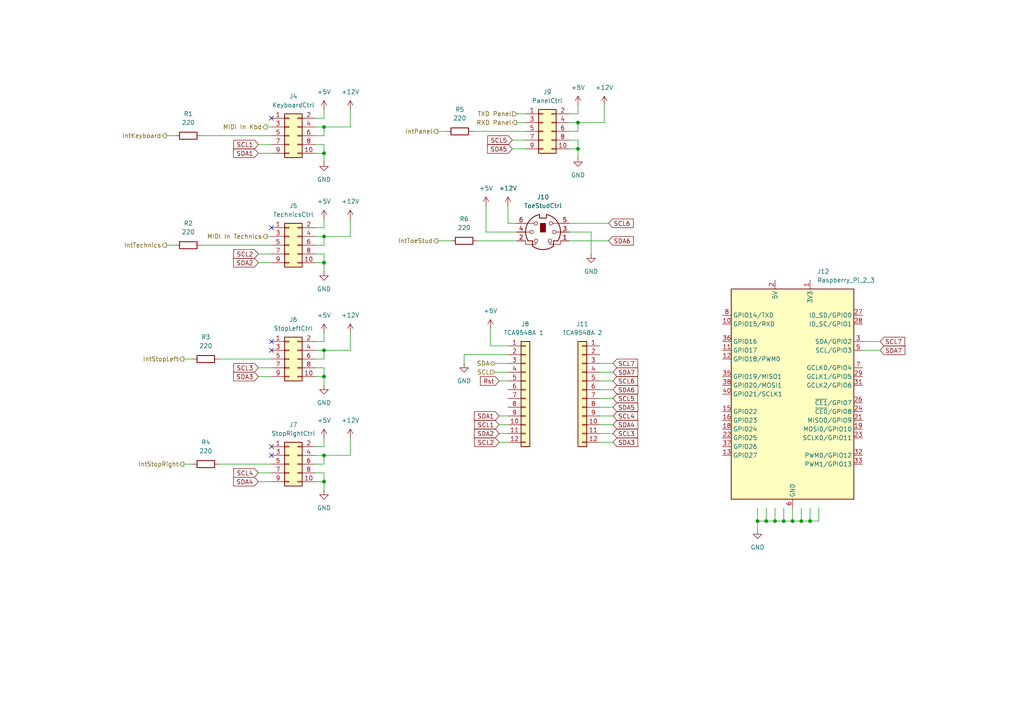
<source format=kicad_sch>
(kicad_sch (version 20231120) (generator "eeschema") (generator_version "8.0")
  (paper "A4")
  (lib_symbols
    (symbol "Connector:Mini-DIN-6" (pin_names (offset 1.016))
      (property "Reference" "J" (at 0 6.35 0))
      (property "Value" "Mini-DIN-6" (at 0 -6.35 0))
      (symbol "Mini-DIN-6_0_1"
        (circle (center -3.302 0) (radius 0.508))
        (arc (start -3.048 -4.064) (mid 0 -5.08) (end 3.048 -4.064) (stroke (width 0.254)))
        (circle (center -2.032 -2.54) (radius 0.508))
        (circle (center -2.032 2.54) (radius 0.508))
        (arc (start -1.016 5.08) (mid -4.6228 2.1214) (end -4.318 -2.54) (stroke (width 0.254)))
        (rectangle (start -0.762 2.54) (end 0.762 0) (fill (type outline)))
        (polyline (pts (xy -3.81 0) (xy -5.08 0)))
        (polyline (pts (xy -2.54 2.54) (xy -5.08 2.54)))
        (polyline (pts (xy 2.794 2.54) (xy 5.08 2.54)))
        (polyline (pts (xy 5.08 0) (xy 3.81 0)))
        (polyline (pts (xy -4.318 -2.54) (xy -3.048 -2.54) (xy -3.048 -4.064)) (stroke (width 0.254)))
        (polyline (pts (xy 4.318 -2.54) (xy 3.048 -2.54) (xy 3.048 -4.064)) (stroke (width 0.254)))
        (polyline (pts (xy -2.032 -3.048) (xy -2.032 -3.556) (xy -5.08 -3.556) (xy -5.08 -2.54)))
        (polyline (pts (xy -1.016 5.08) (xy -1.016 4.064) (xy 1.016 4.064) (xy 1.016 5.08)) (stroke (width 0.254)))
        (polyline (pts (xy 2.032 -3.048) (xy 2.032 -3.556) (xy 5.08 -3.556) (xy 5.08 -2.54)))
        (circle (center 2.032 -2.54) (radius 0.508))
        (circle (center 2.286 2.54) (radius 0.508))
        (circle (center 3.302 0) (radius 0.508))
        (arc (start 4.318 -2.54) (mid 4.6661 2.1322) (end 1.016 5.08) (stroke (width 0.254)))
      )
      (symbol "Mini-DIN-6_1_1"
        (pin passive line (at 7.62 -2.54 180) (length 2.54) (name "~") (number "1"))
        (pin passive line (at -7.62 -2.54 0) (length 2.54) (name "~") (number "2"))
        (pin passive line (at 7.62 0 180) (length 2.54) (name "~") (number "3"))
        (pin passive line (at -7.62 0 0) (length 2.54) (name "~") (number "4"))
        (pin passive line (at 7.62 2.54 180) (length 2.54) (name "~") (number "5"))
        (pin passive line (at -7.62 2.54 0) (length 2.54) (name "~") (number "6"))
      )
    )
    (symbol "Connector:Raspberry_Pi_2_3"
      (property "Reference" "J" (at -17.78 31.75 0))
      (property "Value" "Raspberry_Pi_2_3" (at 10.16 -31.75 0))
      (symbol "Raspberry_Pi_2_3_0_1"
        (rectangle (start -17.78 30.48) (end 17.78 -30.48) (stroke (width 0.254)) (fill (type background)))
      )
      (symbol "Raspberry_Pi_2_3_1_1"
        (pin power_in line (at 5.08 33.02 270) (length 2.54) (name "3V3") (number "1"))
        (pin bidirectional line (at -20.32 20.32 0) (length 2.54) (name "GPIO15/RXD") (number "10"))
        (pin bidirectional line (at -20.32 12.7 0) (length 2.54) (name "GPIO17") (number "11"))
        (pin bidirectional line (at -20.32 10.16 0) (length 2.54) (name "GPIO18/PWM0") (number "12"))
        (pin bidirectional line (at -20.32 -17.78 0) (length 2.54) (name "GPIO27") (number "13"))
        (pin passive line (at 0 -33.02 90) (length 2.54) hide (name "GND") (number "14"))
        (pin bidirectional line (at -20.32 -5.08 0) (length 2.54) (name "GPIO22") (number "15"))
        (pin bidirectional line (at -20.32 -7.62 0) (length 2.54) (name "GPIO23") (number "16"))
        (pin passive line (at 5.08 33.02 270) (length 2.54) hide (name "3V3") (number "17"))
        (pin bidirectional line (at -20.32 -10.16 0) (length 2.54) (name "GPIO24") (number "18"))
        (pin bidirectional line (at 20.32 -10.16 180) (length 2.54) (name "MOSI0/GPIO10") (number "19"))
        (pin power_in line (at -5.08 33.02 270) (length 2.54) (name "5V") (number "2"))
        (pin passive line (at 0 -33.02 90) (length 2.54) hide (name "GND") (number "20"))
        (pin bidirectional line (at 20.32 -7.62 180) (length 2.54) (name "MISO0/GPIO9") (number "21"))
        (pin bidirectional line (at -20.32 -12.7 0) (length 2.54) (name "GPIO25") (number "22"))
        (pin bidirectional line (at 20.32 -12.7 180) (length 2.54) (name "SCLK0/GPIO11") (number "23"))
        (pin bidirectional line (at 20.32 -5.08 180) (length 2.54) (name "~{CE0}/GPIO8") (number "24"))
        (pin passive line (at 0 -33.02 90) (length 2.54) hide (name "GND") (number "25"))
        (pin bidirectional line (at 20.32 -2.54 180) (length 2.54) (name "~{CE1}/GPIO7") (number "26"))
        (pin bidirectional line (at 20.32 22.86 180) (length 2.54) (name "ID_SD/GPIO0") (number "27"))
        (pin bidirectional line (at 20.32 20.32 180) (length 2.54) (name "ID_SC/GPIO1") (number "28"))
        (pin bidirectional line (at 20.32 5.08 180) (length 2.54) (name "GCLK1/GPIO5") (number "29"))
        (pin bidirectional line (at 20.32 15.24 180) (length 2.54) (name "SDA/GPIO2") (number "3"))
        (pin passive line (at 0 -33.02 90) (length 2.54) hide (name "GND") (number "30"))
        (pin bidirectional line (at 20.32 2.54 180) (length 2.54) (name "GCLK2/GPIO6") (number "31"))
        (pin bidirectional line (at 20.32 -17.78 180) (length 2.54) (name "PWM0/GPIO12") (number "32"))
        (pin bidirectional line (at 20.32 -20.32 180) (length 2.54) (name "PWM1/GPIO13") (number "33"))
        (pin passive line (at 0 -33.02 90) (length 2.54) hide (name "GND") (number "34"))
        (pin bidirectional line (at -20.32 5.08 0) (length 2.54) (name "GPIO19/MISO1") (number "35"))
        (pin bidirectional line (at -20.32 15.24 0) (length 2.54) (name "GPIO16") (number "36"))
        (pin bidirectional line (at -20.32 -15.24 0) (length 2.54) (name "GPIO26") (number "37"))
        (pin bidirectional line (at -20.32 2.54 0) (length 2.54) (name "GPIO20/MOSI1") (number "38"))
        (pin passive line (at 0 -33.02 90) (length 2.54) hide (name "GND") (number "39"))
        (pin passive line (at -5.08 33.02 270) (length 2.54) hide (name "5V") (number "4"))
        (pin bidirectional line (at -20.32 0 0) (length 2.54) (name "GPIO21/SCLK1") (number "40"))
        (pin bidirectional line (at 20.32 12.7 180) (length 2.54) (name "SCL/GPIO3") (number "5"))
        (pin power_in line (at 0 -33.02 90) (length 2.54) (name "GND") (number "6"))
        (pin bidirectional line (at 20.32 7.62 180) (length 2.54) (name "GCLK0/GPIO4") (number "7"))
        (pin bidirectional line (at -20.32 22.86 0) (length 2.54) (name "GPIO14/TXD") (number "8"))
        (pin passive line (at 0 -33.02 90) (length 2.54) hide (name "GND") (number "9"))
      )
    )
    (symbol "Connector_Generic:Conn_01x12" (pin_names (offset 1.016) hide)
      (property "Reference" "J" (at 0 15.24 0))
      (property "Value" "Conn_01x12" (at 0 -17.78 0))
      (symbol "Conn_01x12_1_1"
        (rectangle (start -1.27 -15.113) (end 0 -15.367) (stroke (width 0.1524)))
        (rectangle (start -1.27 -12.573) (end 0 -12.827) (stroke (width 0.1524)))
        (rectangle (start -1.27 -10.033) (end 0 -10.287) (stroke (width 0.1524)))
        (rectangle (start -1.27 -7.493) (end 0 -7.747) (stroke (width 0.1524)))
        (rectangle (start -1.27 -4.953) (end 0 -5.207) (stroke (width 0.1524)))
        (rectangle (start -1.27 -2.413) (end 0 -2.667) (stroke (width 0.1524)))
        (rectangle (start -1.27 0.127) (end 0 -0.127) (stroke (width 0.1524)))
        (rectangle (start -1.27 2.667) (end 0 2.413) (stroke (width 0.1524)))
        (rectangle (start -1.27 5.207) (end 0 4.953) (stroke (width 0.1524)))
        (rectangle (start -1.27 7.747) (end 0 7.493) (stroke (width 0.1524)))
        (rectangle (start -1.27 10.287) (end 0 10.033) (stroke (width 0.1524)))
        (rectangle (start -1.27 12.827) (end 0 12.573) (stroke (width 0.1524)))
        (rectangle (start -1.27 13.97) (end 1.27 -16.51) (stroke (width 0.254)) (fill (type background)))
        (pin passive line (at -5.08 12.7 0) (length 3.81) (name "Pin_1") (number "1"))
        (pin passive line (at -5.08 -10.16 0) (length 3.81) (name "Pin_10") (number "10"))
        (pin passive line (at -5.08 -12.7 0) (length 3.81) (name "Pin_11") (number "11"))
        (pin passive line (at -5.08 -15.24 0) (length 3.81) (name "Pin_12") (number "12"))
        (pin passive line (at -5.08 10.16 0) (length 3.81) (name "Pin_2") (number "2"))
        (pin passive line (at -5.08 7.62 0) (length 3.81) (name "Pin_3") (number "3"))
        (pin passive line (at -5.08 5.08 0) (length 3.81) (name "Pin_4") (number "4"))
        (pin passive line (at -5.08 2.54 0) (length 3.81) (name "Pin_5") (number "5"))
        (pin passive line (at -5.08 0 0) (length 3.81) (name "Pin_6") (number "6"))
        (pin passive line (at -5.08 -2.54 0) (length 3.81) (name "Pin_7") (number "7"))
        (pin passive line (at -5.08 -5.08 0) (length 3.81) (name "Pin_8") (number "8"))
        (pin passive line (at -5.08 -7.62 0) (length 3.81) (name "Pin_9") (number "9"))
      )
    )
    (symbol "Connector_Generic:Conn_02x05_Odd_Even" (pin_names (offset 1.016) hide)
      (property "Reference" "J" (at 1.27 7.62 0))
      (property "Value" "Conn_02x05_Odd_Even" (at 1.27 -7.62 0))
      (symbol "Conn_02x05_Odd_Even_1_1"
        (rectangle (start -1.27 -4.953) (end 0 -5.207) (stroke (width 0.1524)))
        (rectangle (start -1.27 -2.413) (end 0 -2.667) (stroke (width 0.1524)))
        (rectangle (start -1.27 0.127) (end 0 -0.127) (stroke (width 0.1524)))
        (rectangle (start -1.27 2.667) (end 0 2.413) (stroke (width 0.1524)))
        (rectangle (start -1.27 5.207) (end 0 4.953) (stroke (width 0.1524)))
        (rectangle (start -1.27 6.35) (end 3.81 -6.35) (stroke (width 0.254)) (fill (type background)))
        (rectangle (start 3.81 -4.953) (end 2.54 -5.207) (stroke (width 0.1524)))
        (rectangle (start 3.81 -2.413) (end 2.54 -2.667) (stroke (width 0.1524)))
        (rectangle (start 3.81 0.127) (end 2.54 -0.127) (stroke (width 0.1524)))
        (rectangle (start 3.81 2.667) (end 2.54 2.413) (stroke (width 0.1524)))
        (rectangle (start 3.81 5.207) (end 2.54 4.953) (stroke (width 0.1524)))
        (pin passive line (at -5.08 5.08 0) (length 3.81) (name "Pin_1") (number "1"))
        (pin passive line (at 7.62 -5.08 180) (length 3.81) (name "Pin_10") (number "10"))
        (pin passive line (at 7.62 5.08 180) (length 3.81) (name "Pin_2") (number "2"))
        (pin passive line (at -5.08 2.54 0) (length 3.81) (name "Pin_3") (number "3"))
        (pin passive line (at 7.62 2.54 180) (length 3.81) (name "Pin_4") (number "4"))
        (pin passive line (at -5.08 0 0) (length 3.81) (name "Pin_5") (number "5"))
        (pin passive line (at 7.62 0 180) (length 3.81) (name "Pin_6") (number "6"))
        (pin passive line (at -5.08 -2.54 0) (length 3.81) (name "Pin_7") (number "7"))
        (pin passive line (at 7.62 -2.54 180) (length 3.81) (name "Pin_8") (number "8"))
        (pin passive line (at -5.08 -5.08 0) (length 3.81) (name "Pin_9") (number "9"))
      )
    )
    (symbol "Device:R" (pin_numbers hide) (pin_names (offset 0))
      (property "Reference" "R" (at 2.032 0 90))
      (property "Value" "R" (at 0 0 90))
      (symbol "R_0_1"
        (rectangle (start -1.016 -2.54) (end 1.016 2.54) (stroke (width 0.254)))
      )
      (symbol "R_1_1"
        (pin passive line (at 0 3.81 270) (length 1.27) (name "~") (number "1"))
        (pin passive line (at 0 -3.81 90) (length 1.27) (name "~") (number "2"))
      )
    )
    (symbol "power:+12V" (power) (pin_numbers hide) (pin_names (offset 0) hide)
      (property "Value" "+12V" (at 0 3.556 0))
      (symbol "+12V_0_1"
        (polyline (pts (xy -0.762 1.27) (xy 0 2.54)))
        (polyline (pts (xy 0 0) (xy 0 2.54)))
        (polyline (pts (xy 0 2.54) (xy 0.762 1.27)))
      )
      (symbol "+12V_1_1"
        (pin power_in line (at 0 0 90) (length 0) (name "~") (number "1"))
      )
    )
    (symbol "power:+5V" (power) (pin_numbers hide) (pin_names (offset 0) hide)
      (property "Value" "+5V" (at 0 3.556 0))
      (symbol "+5V_0_1"
        (polyline (pts (xy -0.762 1.27) (xy 0 2.54)))
        (polyline (pts (xy 0 0) (xy 0 2.54)))
        (polyline (pts (xy 0 2.54) (xy 0.762 1.27)))
      )
      (symbol "+5V_1_1"
        (pin power_in line (at 0 0 90) (length 0) (name "~") (number "1"))
      )
    )
    (symbol "power:GND" (power) (pin_numbers hide) (pin_names (offset 0) hide)
      (property "Value" "GND" (at 0 -3.81 0))
      (symbol "GND_0_1"
        (polyline (pts (xy 0 0) (xy 0 -1.27) (xy 1.27 -1.27) (xy 0 -2.54) (xy -1.27 -1.27) (xy 0 -1.27)))
      )
      (symbol "GND_1_1"
        (pin power_in line (at 0 0 270) (length 0) (name "~") (number "1"))
      )
    )
  )
  (junction (at 93.98 36.83))
  (junction (at 93.98 101.6))
  (junction (at 227.33 151.13))
  (junction (at 224.79 151.13))
  (junction (at 222.25 151.13))
  (junction (at 93.98 68.58))
  (junction (at 167.64 35.56))
  (junction (at 93.98 139.7))
  (junction (at 234.95 151.13))
  (junction (at 93.98 44.45))
  (junction (at 229.87 151.13))
  (junction (at 219.71 151.13))
  (junction (at 167.64 43.18))
  (junction (at 93.98 109.22))
  (junction (at 93.98 76.2))
  (junction (at 93.98 132.08))
  (junction (at 232.41 151.13))
  (no_connect (at 78.74 34.29))
  (no_connect (at 78.74 66.04))
  (no_connect (at 78.74 132.08))
  (no_connect (at 78.74 129.54))
  (no_connect (at 78.74 101.6))
  (no_connect (at 78.74 99.06))
  (wire (pts (xy 93.98 71.12) (xy 93.98 68.58)))
  (wire (pts (xy 77.47 68.58) (xy 78.74 68.58)))
  (wire (pts (xy 53.34 104.14) (xy 55.88 104.14)))
  (wire (pts (xy 134.62 105.41) (xy 134.62 102.87)))
  (wire (pts (xy 165.1 67.31) (xy 171.45 67.31)))
  (wire (pts (xy 227.33 147.32) (xy 227.33 151.13)))
  (wire (pts (xy 177.8 118.11) (xy 173.99 118.11)))
  (wire (pts (xy 58.42 39.37) (xy 78.74 39.37)))
  (wire (pts (xy 177.8 128.27) (xy 173.99 128.27)))
  (wire (pts (xy 149.86 64.77) (xy 147.32 64.77)))
  (wire (pts (xy 237.49 151.13) (xy 234.95 151.13)))
  (wire (pts (xy 91.44 104.14) (xy 93.98 104.14)))
  (wire (pts (xy 58.42 71.12) (xy 78.74 71.12)))
  (wire (pts (xy 63.5 104.14) (xy 78.74 104.14)))
  (wire (pts (xy 255.27 99.06) (xy 250.19 99.06)))
  (wire (pts (xy 91.44 73.66) (xy 93.98 73.66)))
  (wire (pts (xy 149.86 67.31) (xy 140.97 67.31)))
  (wire (pts (xy 144.78 123.19) (xy 147.32 123.19)))
  (wire (pts (xy 177.8 110.49) (xy 173.99 110.49)))
  (wire (pts (xy 177.8 115.57) (xy 173.99 115.57)))
  (wire (pts (xy 91.44 76.2) (xy 93.98 76.2)))
  (wire (pts (xy 91.44 134.62) (xy 93.98 134.62)))
  (wire (pts (xy 143.51 107.95) (xy 147.32 107.95)))
  (wire (pts (xy 93.98 76.2) (xy 93.98 78.74)))
  (wire (pts (xy 165.1 38.1) (xy 167.64 38.1)))
  (wire (pts (xy 177.8 105.41) (xy 173.99 105.41)))
  (wire (pts (xy 134.62 102.87) (xy 147.32 102.87)))
  (wire (pts (xy 140.97 67.31) (xy 140.97 59.69)))
  (wire (pts (xy 93.98 96.52) (xy 93.98 99.06)))
  (wire (pts (xy 148.59 40.64) (xy 152.4 40.64)))
  (wire (pts (xy 234.95 147.32) (xy 234.95 151.13)))
  (wire (pts (xy 101.6 96.52) (xy 101.6 101.6)))
  (wire (pts (xy 177.8 107.95) (xy 173.99 107.95)))
  (wire (pts (xy 91.44 109.22) (xy 93.98 109.22)))
  (wire (pts (xy 175.26 30.48) (xy 175.26 35.56)))
  (wire (pts (xy 91.44 99.06) (xy 93.98 99.06)))
  (wire (pts (xy 93.98 132.08) (xy 101.6 132.08)))
  (wire (pts (xy 93.98 106.68) (xy 93.98 109.22)))
  (wire (pts (xy 91.44 41.91) (xy 93.98 41.91)))
  (wire (pts (xy 77.47 36.83) (xy 78.74 36.83)))
  (wire (pts (xy 91.44 139.7) (xy 93.98 139.7)))
  (wire (pts (xy 74.93 41.91) (xy 78.74 41.91)))
  (wire (pts (xy 149.86 33.02) (xy 152.4 33.02)))
  (wire (pts (xy 91.44 39.37) (xy 93.98 39.37)))
  (wire (pts (xy 147.32 59.69) (xy 147.32 64.77)))
  (wire (pts (xy 144.78 125.73) (xy 147.32 125.73)))
  (wire (pts (xy 227.33 151.13) (xy 229.87 151.13)))
  (wire (pts (xy 167.64 40.64) (xy 167.64 43.18)))
  (wire (pts (xy 93.98 36.83) (xy 101.6 36.83)))
  (wire (pts (xy 74.93 109.22) (xy 78.74 109.22)))
  (wire (pts (xy 127 38.1) (xy 129.54 38.1)))
  (wire (pts (xy 91.44 44.45) (xy 93.98 44.45)))
  (wire (pts (xy 219.71 147.32) (xy 219.71 151.13)))
  (wire (pts (xy 93.98 139.7) (xy 93.98 142.24)))
  (wire (pts (xy 74.93 106.68) (xy 78.74 106.68)))
  (wire (pts (xy 167.64 35.56) (xy 175.26 35.56)))
  (wire (pts (xy 93.98 104.14) (xy 93.98 101.6)))
  (wire (pts (xy 144.78 120.65) (xy 147.32 120.65)))
  (wire (pts (xy 232.41 147.32) (xy 232.41 151.13)))
  (wire (pts (xy 137.16 38.1) (xy 152.4 38.1)))
  (wire (pts (xy 165.1 35.56) (xy 167.64 35.56)))
  (wire (pts (xy 93.98 109.22) (xy 93.98 111.76)))
  (wire (pts (xy 74.93 139.7) (xy 78.74 139.7)))
  (wire (pts (xy 142.24 100.33) (xy 147.32 100.33)))
  (wire (pts (xy 93.98 39.37) (xy 93.98 36.83)))
  (wire (pts (xy 177.8 120.65) (xy 173.99 120.65)))
  (wire (pts (xy 144.78 110.49) (xy 147.32 110.49)))
  (wire (pts (xy 255.27 101.6) (xy 250.19 101.6)))
  (wire (pts (xy 74.93 44.45) (xy 78.74 44.45)))
  (wire (pts (xy 165.1 40.64) (xy 167.64 40.64)))
  (wire (pts (xy 171.45 67.31) (xy 171.45 73.66)))
  (wire (pts (xy 93.98 41.91) (xy 93.98 44.45)))
  (wire (pts (xy 91.44 34.29) (xy 93.98 34.29)))
  (wire (pts (xy 93.98 127) (xy 93.98 129.54)))
  (wire (pts (xy 229.87 147.32) (xy 229.87 151.13)))
  (wire (pts (xy 177.8 125.73) (xy 173.99 125.73)))
  (wire (pts (xy 148.59 43.18) (xy 152.4 43.18)))
  (wire (pts (xy 91.44 68.58) (xy 93.98 68.58)))
  (wire (pts (xy 91.44 129.54) (xy 93.98 129.54)))
  (wire (pts (xy 93.98 63.5) (xy 93.98 66.04)))
  (wire (pts (xy 91.44 101.6) (xy 93.98 101.6)))
  (wire (pts (xy 165.1 69.85) (xy 176.53 69.85)))
  (wire (pts (xy 167.64 38.1) (xy 167.64 35.56)))
  (wire (pts (xy 143.51 105.41) (xy 147.32 105.41)))
  (wire (pts (xy 93.98 101.6) (xy 101.6 101.6)))
  (wire (pts (xy 165.1 33.02) (xy 167.64 33.02)))
  (wire (pts (xy 101.6 31.75) (xy 101.6 36.83)))
  (wire (pts (xy 219.71 151.13) (xy 222.25 151.13)))
  (wire (pts (xy 149.86 35.56) (xy 152.4 35.56)))
  (wire (pts (xy 93.98 137.16) (xy 93.98 139.7)))
  (wire (pts (xy 127 69.85) (xy 130.81 69.85)))
  (wire (pts (xy 167.64 30.48) (xy 167.64 33.02)))
  (wire (pts (xy 165.1 64.77) (xy 176.53 64.77)))
  (wire (pts (xy 177.8 123.19) (xy 173.99 123.19)))
  (wire (pts (xy 93.98 44.45) (xy 93.98 46.99)))
  (wire (pts (xy 224.79 147.32) (xy 224.79 151.13)))
  (wire (pts (xy 219.71 151.13) (xy 219.71 153.67)))
  (wire (pts (xy 224.79 151.13) (xy 227.33 151.13)))
  (wire (pts (xy 232.41 151.13) (xy 234.95 151.13)))
  (wire (pts (xy 101.6 127) (xy 101.6 132.08)))
  (wire (pts (xy 91.44 106.68) (xy 93.98 106.68)))
  (wire (pts (xy 165.1 43.18) (xy 167.64 43.18)))
  (wire (pts (xy 177.8 113.03) (xy 173.99 113.03)))
  (wire (pts (xy 74.93 137.16) (xy 78.74 137.16)))
  (wire (pts (xy 167.64 43.18) (xy 167.64 45.72)))
  (wire (pts (xy 74.93 76.2) (xy 78.74 76.2)))
  (wire (pts (xy 237.49 147.32) (xy 237.49 151.13)))
  (wire (pts (xy 53.34 134.62) (xy 55.88 134.62)))
  (wire (pts (xy 222.25 151.13) (xy 224.79 151.13)))
  (wire (pts (xy 74.93 73.66) (xy 78.74 73.66)))
  (wire (pts (xy 91.44 132.08) (xy 93.98 132.08)))
  (wire (pts (xy 93.98 31.75) (xy 93.98 34.29)))
  (wire (pts (xy 91.44 137.16) (xy 93.98 137.16)))
  (wire (pts (xy 142.24 95.25) (xy 142.24 100.33)))
  (wire (pts (xy 144.78 128.27) (xy 147.32 128.27)))
  (wire (pts (xy 91.44 71.12) (xy 93.98 71.12)))
  (wire (pts (xy 63.5 134.62) (xy 78.74 134.62)))
  (wire (pts (xy 91.44 36.83) (xy 93.98 36.83)))
  (wire (pts (xy 101.6 63.5) (xy 101.6 68.58)))
  (wire (pts (xy 93.98 68.58) (xy 101.6 68.58)))
  (wire (pts (xy 229.87 151.13) (xy 232.41 151.13)))
  (wire (pts (xy 222.25 147.32) (xy 222.25 151.13)))
  (wire (pts (xy 93.98 134.62) (xy 93.98 132.08)))
  (wire (pts (xy 48.26 71.12) (xy 50.8 71.12)))
  (wire (pts (xy 91.44 66.04) (xy 93.98 66.04)))
  (wire (pts (xy 138.43 69.85) (xy 149.86 69.85)))
  (wire (pts (xy 93.98 73.66) (xy 93.98 76.2)))
  (wire (pts (xy 48.26 39.37) (xy 50.8 39.37)))
  (global_label "SDA3" (shape input) (at 177.8 128.27 0) (property "Intersheetrefs" "${INTERSHEET_REFS}" (effects (hide yes))))
  (global_label "SDA5" (shape input) (at 177.8 118.11 0) (property "Intersheetrefs" "${INTERSHEET_REFS}" (effects (hide yes))))
  (global_label "SCL6" (shape input) (at 176.53 64.77 0) (property "Intersheetrefs" "${INTERSHEET_REFS}" (effects (hide yes))))
  (global_label "Rst" (shape input) (at 144.78 110.49 180) (property "Intersheetrefs" "${INTERSHEET_REFS}" (effects (hide yes))))
  (global_label "SDA6" (shape input) (at 176.53 69.85 0) (property "Intersheetrefs" "${INTERSHEET_REFS}" (effects (hide yes))))
  (global_label "SDA6" (shape input) (at 177.8 113.03 0) (property "Intersheetrefs" "${INTERSHEET_REFS}" (effects (hide yes))))
  (global_label "SCL7" (shape input) (at 255.27 99.06 0) (property "Intersheetrefs" "${INTERSHEET_REFS}" (effects (hide yes))))
  (global_label "SCL3" (shape input) (at 177.8 125.73 0) (property "Intersheetrefs" "${INTERSHEET_REFS}" (effects (hide yes))))
  (global_label "SCL3" (shape input) (at 74.93 106.68 180) (property "Intersheetrefs" "${INTERSHEET_REFS}" (effects (hide yes))))
  (global_label "SDA2" (shape input) (at 144.78 125.73 180) (property "Intersheetrefs" "${INTERSHEET_REFS}" (effects (hide yes))))
  (global_label "SDA7" (shape input) (at 177.8 107.95 0) (property "Intersheetrefs" "${INTERSHEET_REFS}" (effects (hide yes))))
  (global_label "SCL4" (shape input) (at 177.8 120.65 0) (property "Intersheetrefs" "${INTERSHEET_REFS}" (effects (hide yes))))
  (global_label "SDA4" (shape input) (at 74.93 139.7 180) (property "Intersheetrefs" "${INTERSHEET_REFS}" (effects (hide yes))))
  (global_label "SDA7" (shape input) (at 255.27 101.6 0) (property "Intersheetrefs" "${INTERSHEET_REFS}" (effects (hide yes))))
  (global_label "SCL1" (shape input) (at 144.78 123.19 180) (property "Intersheetrefs" "${INTERSHEET_REFS}" (effects (hide yes))))
  (global_label "SCL2" (shape input) (at 144.78 128.27 180) (property "Intersheetrefs" "${INTERSHEET_REFS}" (effects (hide yes))))
  (global_label "SDA4" (shape input) (at 177.8 123.19 0) (property "Intersheetrefs" "${INTERSHEET_REFS}" (effects (hide yes))))
  (global_label "SCL5" (shape input) (at 148.59 40.64 180) (property "Intersheetrefs" "${INTERSHEET_REFS}" (effects (hide yes))))
  (global_label "SCL4" (shape input) (at 74.93 137.16 180) (property "Intersheetrefs" "${INTERSHEET_REFS}" (effects (hide yes))))
  (global_label "SCL5" (shape input) (at 177.8 115.57 0) (property "Intersheetrefs" "${INTERSHEET_REFS}" (effects (hide yes))))
  (global_label "SDA1" (shape input) (at 144.78 120.65 180) (property "Intersheetrefs" "${INTERSHEET_REFS}" (effects (hide yes))))
  (global_label "SCL2" (shape input) (at 74.93 73.66 180) (property "Intersheetrefs" "${INTERSHEET_REFS}" (effects (hide yes))))
  (global_label "SCL1" (shape input) (at 74.93 41.91 180) (property "Intersheetrefs" "${INTERSHEET_REFS}" (effects (hide yes))))
  (global_label "SCL7" (shape input) (at 177.8 105.41 0) (property "Intersheetrefs" "${INTERSHEET_REFS}" (effects (hide yes))))
  (global_label "SDA1" (shape input) (at 74.93 44.45 180) (property "Intersheetrefs" "${INTERSHEET_REFS}" (effects (hide yes))))
  (global_label "SDA2" (shape input) (at 74.93 76.2 180) (property "Intersheetrefs" "${INTERSHEET_REFS}" (effects (hide yes))))
  (global_label "SCL6" (shape input) (at 177.8 110.49 0) (property "Intersheetrefs" "${INTERSHEET_REFS}" (effects (hide yes))))
  (global_label "SDA5" (shape input) (at 148.59 43.18 180) (property "Intersheetrefs" "${INTERSHEET_REFS}" (effects (hide yes))))
  (global_label "SDA3" (shape input) (at 74.93 109.22 180) (property "Intersheetrefs" "${INTERSHEET_REFS}" (effects (hide yes))))
  (hierarchical_label "RXD Panel" (shape output) (at 149.86 35.56 180))
  (hierarchical_label "MIDI In Technics" (shape output) (at 77.47 68.58 180))
  (hierarchical_label "MIDI In Kbd" (shape output) (at 77.47 36.83 180))
  (hierarchical_label "IntTechnics" (shape output) (at 48.26 71.12 180))
  (hierarchical_label "SCL" (shape input) (at 143.51 107.95 180))
  (hierarchical_label "IntToeStud" (shape output) (at 127 69.85 180))
  (hierarchical_label "IntStopRight" (shape output) (at 53.34 134.62 180))
  (hierarchical_label "IntPanel" (shape output) (at 127 38.1 180))
  (hierarchical_label "IntStopLeft" (shape output) (at 53.34 104.14 180))
  (hierarchical_label "TXD Panel" (shape input) (at 149.86 33.02 180))
  (hierarchical_label "IntKeyboard" (shape output) (at 48.26 39.37 180))
  (hierarchical_label "SDA" (shape bidirectional) (at 143.51 105.41 180))
  (symbol (lib_id "Connector_Generic:Conn_02x05_Odd_Even") (at 157.48 38.1 0) (unit 1)
    (property "Reference" "J9" (at 158.75 26.67 0))
    (property "Value" "PanelCtrl" (at 158.75 29.21 0))
    (property "Footprint" "Connector_IDC:IDC-Header_2x05_P2.54mm_Vertical" (effects (hide yes)))
    (property "Description" "Generic connector, double row, 02x05, odd/even pin numbering scheme (row 1 odd numbers, row 2 even numbers), script generated (kicad-library-utils/schlib/autogen/connector/)" (effects (hide yes)))
  )
  (symbol (lib_id "power:+5V") (at 93.98 127 0) (unit 1)
    (property "Reference" "#PWR0124" (effects (hide yes)))
    (property "Value" "+5V" (at 93.98 121.92 0))
    (property "Description" "Power symbol creates a global label with name \"+5V\"" (effects (hide yes)))
  )
  (symbol (lib_id "power:+5V") (at 142.24 95.25 0) (unit 1)
    (property "Reference" "#PWR0126" (effects (hide yes)))
    (property "Value" "+5V" (at 142.24 90.17 0))
    (property "Description" "Power symbol creates a global label with name \"+5V\"" (effects (hide yes)))
  )
  (symbol (lib_id "Device:R") (at 54.61 39.37 90) (unit 1)
    (property "Reference" "R1" (at 54.61 33.02 90))
    (property "Value" "220" (at 54.61 35.56 90))
    (property "Footprint" "Resistor_THT:R_Axial_DIN0204_L3.6mm_D1.6mm_P2.54mm_Vertical" (effects (hide yes)))
    (property "Description" "Resistor" (effects (hide yes)))
  )
  (symbol (lib_id "power:GND") (at 219.71 153.67 0) (unit 1)
    (property "Reference" "#PWR0137" (effects (hide yes)))
    (property "Value" "GND" (at 219.71 158.75 0))
    (property "Description" "Power symbol creates a global label with name \"GND\" , ground" (effects (hide yes)))
  )
  (symbol (lib_id "power:+12V") (at 101.6 63.5 0) (unit 1)
    (property "Reference" "#PWR0119" (effects (hide yes)))
    (property "Value" "+12V" (at 101.6 58.42 0))
    (property "Description" "Power symbol creates a global label with name \"+12V\"" (effects (hide yes)))
  )
  (symbol (lib_id "power:+5V") (at 93.98 63.5 0) (unit 1)
    (property "Reference" "#PWR0118" (effects (hide yes)))
    (property "Value" "+5V" (at 93.98 58.42 0))
    (property "Description" "Power symbol creates a global label with name \"+5V\"" (effects (hide yes)))
  )
  (symbol (lib_id "Connector_Generic:Conn_02x05_Odd_Even") (at 83.82 104.14 0) (unit 1)
    (property "Reference" "J6" (at 85.09 92.71 0))
    (property "Value" "StopLeftCtrl" (at 85.09 95.25 0))
    (property "Footprint" "Connector_IDC:IDC-Header_2x05_P2.54mm_Vertical" (effects (hide yes)))
    (property "Description" "Generic connector, double row, 02x05, odd/even pin numbering scheme (row 1 odd numbers, row 2 even numbers), script generated (kicad-library-utils/schlib/autogen/connector/)" (effects (hide yes)))
  )
  (symbol (lib_id "power:GND") (at 93.98 78.74 0) (unit 1)
    (property "Reference" "#PWR0136" (effects (hide yes)))
    (property "Value" "GND" (at 93.98 83.82 0))
    (property "Description" "Power symbol creates a global label with name \"GND\" , ground" (effects (hide yes)))
  )
  (symbol (lib_id "Device:R") (at 54.61 71.12 90) (unit 1)
    (property "Reference" "R2" (at 54.61 64.77 90))
    (property "Value" "220" (at 54.61 67.31 90))
    (property "Footprint" "Resistor_THT:R_Axial_DIN0204_L3.6mm_D1.6mm_P2.54mm_Vertical" (effects (hide yes)))
    (property "Description" "Resistor" (effects (hide yes)))
  )
  (symbol (lib_id "Connector:Mini-DIN-6") (at 157.48 67.31 0) (unit 1)
    (property "Reference" "J10" (at 157.4977 57.15 0))
    (property "Value" "ToeStudCtrl" (at 157.4977 59.69 0))
    (property "Datasheet" "http://service.powerdynamics.com/ec/Catalog17/Section%2011.pdf" (effects (hide yes)))
    (property "Description" "6-pin Mini-DIN connector" (effects (hide yes)))
  )
  (symbol (lib_id "Connector:Raspberry_Pi_2_3") (at 229.87 114.3 0) (unit 1)
    (property "Reference" "J12" (at 236.9694 78.74 0) (effects (justify left)))
    (property "Value" "Raspberry_Pi_2_3" (at 236.9694 81.28 0) (effects (justify left)))
    (property "Datasheet" "https://www.raspberrypi.org/documentation/hardware/raspberrypi/schematics/rpi_SCH_3bplus_1p0_reduced.pdf" (effects (hide yes)))
    (property "Description" "expansion header for Raspberry Pi 2 & 3" (effects (hide yes)))
  )
  (symbol (lib_id "Connector_Generic:Conn_02x05_Odd_Even") (at 83.82 39.37 0) (unit 1)
    (property "Reference" "J4" (at 85.09 27.94 0))
    (property "Value" "KeyboardCtrl" (at 85.09 30.48 0))
    (property "Footprint" "Connector_IDC:IDC-Header_2x05_P2.54mm_Vertical" (effects (hide yes)))
    (property "Description" "Generic connector, double row, 02x05, odd/even pin numbering scheme (row 1 odd numbers, row 2 even numbers), script generated (kicad-library-utils/schlib/autogen/connector/)" (effects (hide yes)))
  )
  (symbol (lib_id "Connector_Generic:Conn_02x05_Odd_Even") (at 83.82 134.62 0) (unit 1)
    (property "Reference" "J7" (at 85.09 123.19 0))
    (property "Value" "StopRightCtrl" (at 85.09 125.73 0))
    (property "Footprint" "Connector_IDC:IDC-Header_2x05_P2.54mm_Vertical" (effects (hide yes)))
    (property "Description" "Generic connector, double row, 02x05, odd/even pin numbering scheme (row 1 odd numbers, row 2 even numbers), script generated (kicad-library-utils/schlib/autogen/connector/)" (effects (hide yes)))
  )
  (symbol (lib_id "power:+12V") (at 101.6 31.75 0) (unit 1)
    (property "Reference" "#PWR0121" (effects (hide yes)))
    (property "Value" "+12V" (at 101.6 26.67 0))
    (property "Description" "Power symbol creates a global label with name \"+12V\"" (effects (hide yes)))
  )
  (symbol (lib_id "power:GND") (at 134.62 105.41 0) (unit 1)
    (property "Reference" "#PWR0125" (effects (hide yes)))
    (property "Value" "GND" (at 134.62 110.49 0))
    (property "Description" "Power symbol creates a global label with name \"GND\" , ground" (effects (hide yes)))
  )
  (symbol (lib_id "power:+12V") (at 175.26 30.48 0) (unit 1)
    (property "Reference" "#PWR0133" (effects (hide yes)))
    (property "Value" "+12V" (at 175.26 25.4 0))
    (property "Description" "Power symbol creates a global label with name \"+12V\"" (effects (hide yes)))
  )
  (symbol (lib_id "Connector_Generic:Conn_02x05_Odd_Even") (at 83.82 71.12 0) (unit 1)
    (property "Reference" "J5" (at 85.09 59.69 0))
    (property "Value" "TechnicsCtrl" (at 85.09 62.23 0))
    (property "Footprint" "Connector_IDC:IDC-Header_2x05_P2.54mm_Vertical" (effects (hide yes)))
    (property "Description" "Generic connector, double row, 02x05, odd/even pin numbering scheme (row 1 odd numbers, row 2 even numbers), script generated (kicad-library-utils/schlib/autogen/connector/)" (effects (hide yes)))
  )
  (symbol (lib_id "power:GND") (at 167.64 45.72 0) (unit 1)
    (property "Reference" "#PWR0129" (effects (hide yes)))
    (property "Value" "GND" (at 167.64 50.8 0))
    (property "Description" "Power symbol creates a global label with name \"GND\" , ground" (effects (hide yes)))
  )
  (symbol (lib_id "power:GND") (at 171.45 73.66 0) (unit 1)
    (property "Reference" "#PWR0132" (effects (hide yes)))
    (property "Value" "GND" (at 171.45 78.74 0))
    (property "Description" "Power symbol creates a global label with name \"GND\" , ground" (effects (hide yes)))
  )
  (symbol (lib_id "Device:R") (at 133.35 38.1 90) (unit 1)
    (property "Reference" "R5" (at 133.35 31.75 90))
    (property "Value" "220" (at 133.35 34.29 90))
    (property "Footprint" "Resistor_THT:R_Axial_DIN0204_L3.6mm_D1.6mm_P2.54mm_Vertical" (effects (hide yes)))
    (property "Description" "Resistor" (effects (hide yes)))
  )
  (symbol (lib_id "power:GND") (at 93.98 111.76 0) (unit 1)
    (property "Reference" "#PWR0122" (effects (hide yes)))
    (property "Value" "GND" (at 93.98 116.84 0))
    (property "Description" "Power symbol creates a global label with name \"GND\" , ground" (effects (hide yes)))
  )
  (symbol (lib_id "power:+5V") (at 93.98 31.75 0) (unit 1)
    (property "Reference" "#PWR0120" (effects (hide yes)))
    (property "Value" "+5V" (at 93.98 26.67 0))
    (property "Description" "Power symbol creates a global label with name \"+5V\"" (effects (hide yes)))
  )
  (symbol (lib_id "Connector_Generic:Conn_01x12") (at 152.4 113.03 0) (unit 1)
    (property "Reference" "J8" (at 151.13 93.98 0) (effects (justify left)))
    (property "Value" "TCA9548A 1" (at 146.05 96.52 0) (effects (justify left)))
    (property "Description" "Generic connector, single row, 01x12, script generated (kicad-library-utils/schlib/autogen/connector/)" (effects (hide yes)))
  )
  (symbol (lib_id "Device:R") (at 59.69 104.14 90) (unit 1)
    (property "Reference" "R3" (at 59.69 97.79 90))
    (property "Value" "220" (at 59.69 100.33 90))
    (property "Footprint" "Resistor_THT:R_Axial_DIN0204_L3.6mm_D1.6mm_P2.54mm_Vertical" (effects (hide yes)))
    (property "Description" "Resistor" (effects (hide yes)))
  )
  (symbol (lib_id "power:+5V") (at 93.98 96.52 0) (unit 1)
    (property "Reference" "#PWR0127" (effects (hide yes)))
    (property "Value" "+5V" (at 93.98 91.44 0))
    (property "Description" "Power symbol creates a global label with name \"+5V\"" (effects (hide yes)))
  )
  (symbol (lib_id "power:+12V") (at 101.6 96.52 0) (unit 1)
    (property "Reference" "#PWR0128" (effects (hide yes)))
    (property "Value" "+12V" (at 101.6 91.44 0))
    (property "Description" "Power symbol creates a global label with name \"+12V\"" (effects (hide yes)))
  )
  (symbol (lib_id "power:+5V") (at 167.64 30.48 0) (unit 1)
    (property "Reference" "#PWR0134" (effects (hide yes)))
    (property "Value" "+5V" (at 167.64 25.4 0))
    (property "Description" "Power symbol creates a global label with name \"+5V\"" (effects (hide yes)))
  )
  (symbol (lib_id "power:GND") (at 93.98 46.99 0) (unit 1)
    (property "Reference" "#PWR0117" (effects (hide yes)))
    (property "Value" "GND" (at 93.98 52.07 0))
    (property "Description" "Power symbol creates a global label with name \"GND\" , ground" (effects (hide yes)))
  )
  (symbol (lib_id "power:+12V") (at 101.6 127 0) (unit 1)
    (property "Reference" "#PWR0123" (effects (hide yes)))
    (property "Value" "+12V" (at 101.6 121.92 0))
    (property "Description" "Power symbol creates a global label with name \"+12V\"" (effects (hide yes)))
  )
  (symbol (lib_id "power:GND") (at 93.98 142.24 0) (unit 1)
    (property "Reference" "#PWR0135" (effects (hide yes)))
    (property "Value" "GND" (at 93.98 147.32 0))
    (property "Description" "Power symbol creates a global label with name \"GND\" , ground" (effects (hide yes)))
  )
  (symbol (lib_id "power:+5V") (at 140.97 59.69 0) (unit 1)
    (property "Reference" "#PWR0131" (effects (hide yes)))
    (property "Value" "+5V" (at 140.97 54.61 0))
    (property "Description" "Power symbol creates a global label with name \"+5V\"" (effects (hide yes)))
  )
  (symbol (lib_id "Connector_Generic:Conn_01x12") (at 168.91 113.03 0) (mirror y) (unit 1)
    (property "Reference" "J11" (at 168.91 93.98 0))
    (property "Value" "TCA9548A 2" (at 168.91 96.52 0))
    (property "Description" "Generic connector, single row, 01x12, script generated (kicad-library-utils/schlib/autogen/connector/)" (effects (hide yes)))
  )
  (symbol (lib_id "power:+12V") (at 147.32 59.69 0) (unit 1)
    (property "Reference" "#PWR0130" (effects (hide yes)))
    (property "Value" "+12V" (at 147.32 54.61 0))
    (property "Description" "Power symbol creates a global label with name \"+12V\"" (effects (hide yes)))
  )
  (symbol (lib_id "Device:R") (at 134.62 69.85 90) (unit 1)
    (property "Reference" "R6" (at 134.62 63.5 90))
    (property "Value" "220" (at 134.62 66.04 90))
    (property "Footprint" "Resistor_THT:R_Axial_DIN0204_L3.6mm_D1.6mm_P2.54mm_Vertical" (effects (hide yes)))
    (property "Description" "Resistor" (effects (hide yes)))
  )
  (symbol (lib_id "Device:R") (at 59.69 134.62 90) (unit 1)
    (property "Reference" "R4" (at 59.69 128.27 90))
    (property "Value" "220" (at 59.69 130.81 90))
    (property "Footprint" "Resistor_THT:R_Axial_DIN0204_L3.6mm_D1.6mm_P2.54mm_Vertical" (effects (hide yes)))
    (property "Description" "Resistor" (effects (hide yes)))
  )
)
</source>
